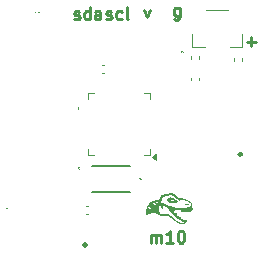
<source format=gbr>
%TF.GenerationSoftware,KiCad,Pcbnew,9.0.6-rc1*%
%TF.CreationDate,2025-11-21T10:50:26+01:00*%
%TF.ProjectId,hardware_V8,68617264-7761-4726-955f-56382e6b6963,rev?*%
%TF.SameCoordinates,Original*%
%TF.FileFunction,Legend,Top*%
%TF.FilePolarity,Positive*%
%FSLAX46Y46*%
G04 Gerber Fmt 4.6, Leading zero omitted, Abs format (unit mm)*
G04 Created by KiCad (PCBNEW 9.0.6-rc1) date 2025-11-21 10:50:26*
%MOMM*%
%LPD*%
G01*
G04 APERTURE LIST*
%ADD10C,0.250000*%
%ADD11C,0.000000*%
%ADD12C,0.100000*%
%ADD13C,0.120000*%
%ADD14C,0.200000*%
G04 APERTURE END LIST*
D10*
X132112568Y-90443666D02*
X132874473Y-90443666D01*
X132493520Y-90824619D02*
X132493520Y-90062714D01*
X117534949Y-88487000D02*
X117630187Y-88534619D01*
X117630187Y-88534619D02*
X117820663Y-88534619D01*
X117820663Y-88534619D02*
X117915901Y-88487000D01*
X117915901Y-88487000D02*
X117963520Y-88391761D01*
X117963520Y-88391761D02*
X117963520Y-88344142D01*
X117963520Y-88344142D02*
X117915901Y-88248904D01*
X117915901Y-88248904D02*
X117820663Y-88201285D01*
X117820663Y-88201285D02*
X117677806Y-88201285D01*
X117677806Y-88201285D02*
X117582568Y-88153666D01*
X117582568Y-88153666D02*
X117534949Y-88058428D01*
X117534949Y-88058428D02*
X117534949Y-88010809D01*
X117534949Y-88010809D02*
X117582568Y-87915571D01*
X117582568Y-87915571D02*
X117677806Y-87867952D01*
X117677806Y-87867952D02*
X117820663Y-87867952D01*
X117820663Y-87867952D02*
X117915901Y-87915571D01*
X118820663Y-88534619D02*
X118820663Y-87534619D01*
X118820663Y-88487000D02*
X118725425Y-88534619D01*
X118725425Y-88534619D02*
X118534949Y-88534619D01*
X118534949Y-88534619D02*
X118439711Y-88487000D01*
X118439711Y-88487000D02*
X118392092Y-88439380D01*
X118392092Y-88439380D02*
X118344473Y-88344142D01*
X118344473Y-88344142D02*
X118344473Y-88058428D01*
X118344473Y-88058428D02*
X118392092Y-87963190D01*
X118392092Y-87963190D02*
X118439711Y-87915571D01*
X118439711Y-87915571D02*
X118534949Y-87867952D01*
X118534949Y-87867952D02*
X118725425Y-87867952D01*
X118725425Y-87867952D02*
X118820663Y-87915571D01*
X119725425Y-88534619D02*
X119725425Y-88010809D01*
X119725425Y-88010809D02*
X119677806Y-87915571D01*
X119677806Y-87915571D02*
X119582568Y-87867952D01*
X119582568Y-87867952D02*
X119392092Y-87867952D01*
X119392092Y-87867952D02*
X119296854Y-87915571D01*
X119725425Y-88487000D02*
X119630187Y-88534619D01*
X119630187Y-88534619D02*
X119392092Y-88534619D01*
X119392092Y-88534619D02*
X119296854Y-88487000D01*
X119296854Y-88487000D02*
X119249235Y-88391761D01*
X119249235Y-88391761D02*
X119249235Y-88296523D01*
X119249235Y-88296523D02*
X119296854Y-88201285D01*
X119296854Y-88201285D02*
X119392092Y-88153666D01*
X119392092Y-88153666D02*
X119630187Y-88153666D01*
X119630187Y-88153666D02*
X119725425Y-88106047D01*
X120244949Y-88477000D02*
X120340187Y-88524619D01*
X120340187Y-88524619D02*
X120530663Y-88524619D01*
X120530663Y-88524619D02*
X120625901Y-88477000D01*
X120625901Y-88477000D02*
X120673520Y-88381761D01*
X120673520Y-88381761D02*
X120673520Y-88334142D01*
X120673520Y-88334142D02*
X120625901Y-88238904D01*
X120625901Y-88238904D02*
X120530663Y-88191285D01*
X120530663Y-88191285D02*
X120387806Y-88191285D01*
X120387806Y-88191285D02*
X120292568Y-88143666D01*
X120292568Y-88143666D02*
X120244949Y-88048428D01*
X120244949Y-88048428D02*
X120244949Y-88000809D01*
X120244949Y-88000809D02*
X120292568Y-87905571D01*
X120292568Y-87905571D02*
X120387806Y-87857952D01*
X120387806Y-87857952D02*
X120530663Y-87857952D01*
X120530663Y-87857952D02*
X120625901Y-87905571D01*
X121530663Y-88477000D02*
X121435425Y-88524619D01*
X121435425Y-88524619D02*
X121244949Y-88524619D01*
X121244949Y-88524619D02*
X121149711Y-88477000D01*
X121149711Y-88477000D02*
X121102092Y-88429380D01*
X121102092Y-88429380D02*
X121054473Y-88334142D01*
X121054473Y-88334142D02*
X121054473Y-88048428D01*
X121054473Y-88048428D02*
X121102092Y-87953190D01*
X121102092Y-87953190D02*
X121149711Y-87905571D01*
X121149711Y-87905571D02*
X121244949Y-87857952D01*
X121244949Y-87857952D02*
X121435425Y-87857952D01*
X121435425Y-87857952D02*
X121530663Y-87905571D01*
X122102092Y-88524619D02*
X122006854Y-88477000D01*
X122006854Y-88477000D02*
X121959235Y-88381761D01*
X121959235Y-88381761D02*
X121959235Y-87524619D01*
X123427330Y-87717952D02*
X123665425Y-88384619D01*
X123665425Y-88384619D02*
X123903520Y-87717952D01*
X126431139Y-87567952D02*
X126431139Y-88377476D01*
X126431139Y-88377476D02*
X126383520Y-88472714D01*
X126383520Y-88472714D02*
X126335901Y-88520333D01*
X126335901Y-88520333D02*
X126240663Y-88567952D01*
X126240663Y-88567952D02*
X126097806Y-88567952D01*
X126097806Y-88567952D02*
X126002568Y-88520333D01*
X126431139Y-88187000D02*
X126335901Y-88234619D01*
X126335901Y-88234619D02*
X126145425Y-88234619D01*
X126145425Y-88234619D02*
X126050187Y-88187000D01*
X126050187Y-88187000D02*
X126002568Y-88139380D01*
X126002568Y-88139380D02*
X125954949Y-88044142D01*
X125954949Y-88044142D02*
X125954949Y-87758428D01*
X125954949Y-87758428D02*
X126002568Y-87663190D01*
X126002568Y-87663190D02*
X126050187Y-87615571D01*
X126050187Y-87615571D02*
X126145425Y-87567952D01*
X126145425Y-87567952D02*
X126335901Y-87567952D01*
X126335901Y-87567952D02*
X126431139Y-87615571D01*
X124032568Y-107454619D02*
X124032568Y-106787952D01*
X124032568Y-106883190D02*
X124080187Y-106835571D01*
X124080187Y-106835571D02*
X124175425Y-106787952D01*
X124175425Y-106787952D02*
X124318282Y-106787952D01*
X124318282Y-106787952D02*
X124413520Y-106835571D01*
X124413520Y-106835571D02*
X124461139Y-106930809D01*
X124461139Y-106930809D02*
X124461139Y-107454619D01*
X124461139Y-106930809D02*
X124508758Y-106835571D01*
X124508758Y-106835571D02*
X124603996Y-106787952D01*
X124603996Y-106787952D02*
X124746853Y-106787952D01*
X124746853Y-106787952D02*
X124842092Y-106835571D01*
X124842092Y-106835571D02*
X124889711Y-106930809D01*
X124889711Y-106930809D02*
X124889711Y-107454619D01*
X125889710Y-107454619D02*
X125318282Y-107454619D01*
X125603996Y-107454619D02*
X125603996Y-106454619D01*
X125603996Y-106454619D02*
X125508758Y-106597476D01*
X125508758Y-106597476D02*
X125413520Y-106692714D01*
X125413520Y-106692714D02*
X125318282Y-106740333D01*
X126508758Y-106454619D02*
X126603996Y-106454619D01*
X126603996Y-106454619D02*
X126699234Y-106502238D01*
X126699234Y-106502238D02*
X126746853Y-106549857D01*
X126746853Y-106549857D02*
X126794472Y-106645095D01*
X126794472Y-106645095D02*
X126842091Y-106835571D01*
X126842091Y-106835571D02*
X126842091Y-107073666D01*
X126842091Y-107073666D02*
X126794472Y-107264142D01*
X126794472Y-107264142D02*
X126746853Y-107359380D01*
X126746853Y-107359380D02*
X126699234Y-107407000D01*
X126699234Y-107407000D02*
X126603996Y-107454619D01*
X126603996Y-107454619D02*
X126508758Y-107454619D01*
X126508758Y-107454619D02*
X126413520Y-107407000D01*
X126413520Y-107407000D02*
X126365901Y-107359380D01*
X126365901Y-107359380D02*
X126318282Y-107264142D01*
X126318282Y-107264142D02*
X126270663Y-107073666D01*
X126270663Y-107073666D02*
X126270663Y-106835571D01*
X126270663Y-106835571D02*
X126318282Y-106645095D01*
X126318282Y-106645095D02*
X126365901Y-106549857D01*
X126365901Y-106549857D02*
X126413520Y-106502238D01*
X126413520Y-106502238D02*
X126508758Y-106454619D01*
D11*
%TO.C,G\u002A\u002A\u002A*%
G36*
X127134444Y-104183163D02*
G01*
X127155819Y-104184772D01*
X127171909Y-104187567D01*
X127171954Y-104187579D01*
X127200416Y-104197812D01*
X127222419Y-104211529D01*
X127237865Y-104228627D01*
X127246657Y-104249005D01*
X127248833Y-104267590D01*
X127245427Y-104281716D01*
X127235331Y-104292668D01*
X127218728Y-104300277D01*
X127211759Y-104302045D01*
X127191412Y-104305452D01*
X127175362Y-104305548D01*
X127161091Y-104302155D01*
X127151185Y-104297799D01*
X127139458Y-104290198D01*
X127129607Y-104280981D01*
X127126952Y-104277441D01*
X127122298Y-104271423D01*
X127115900Y-104266531D01*
X127106131Y-104261886D01*
X127091362Y-104256612D01*
X127083825Y-104254172D01*
X127052671Y-104244727D01*
X127026054Y-104237878D01*
X127001656Y-104233175D01*
X126977157Y-104230168D01*
X126951200Y-104228451D01*
X126932585Y-104227545D01*
X126920582Y-104226727D01*
X126914309Y-104225799D01*
X126912882Y-104224566D01*
X126915419Y-104222832D01*
X126918935Y-104221276D01*
X126932313Y-104216370D01*
X126950962Y-104210489D01*
X126972812Y-104204203D01*
X126995794Y-104198082D01*
X127017840Y-104192698D01*
X127036881Y-104188620D01*
X127038299Y-104188351D01*
X127059710Y-104185335D01*
X127084278Y-104183457D01*
X127109893Y-104182728D01*
X127134444Y-104183163D01*
G37*
G36*
X125739341Y-103617799D02*
G01*
X125789096Y-103630347D01*
X125798910Y-103633690D01*
X125843573Y-103651818D01*
X125892088Y-103675756D01*
X125943964Y-103705204D01*
X125998709Y-103739859D01*
X126055830Y-103779419D01*
X126114836Y-103823580D01*
X126140076Y-103843439D01*
X126159345Y-103859041D01*
X126180041Y-103876190D01*
X126201386Y-103894201D01*
X126222602Y-103912390D01*
X126242909Y-103930071D01*
X126261532Y-103946561D01*
X126277690Y-103961176D01*
X126290607Y-103973230D01*
X126299504Y-103982039D01*
X126303602Y-103986919D01*
X126303786Y-103987450D01*
X126300617Y-103991286D01*
X126291876Y-103997764D01*
X126278713Y-104006199D01*
X126262277Y-104015905D01*
X126243720Y-104026196D01*
X126224190Y-104036387D01*
X126210032Y-104043345D01*
X126145371Y-104070426D01*
X126078648Y-104091143D01*
X126010814Y-104105323D01*
X125942818Y-104112793D01*
X125875613Y-104113381D01*
X125839165Y-104110691D01*
X125773478Y-104100204D01*
X125707453Y-104082593D01*
X125641791Y-104058165D01*
X125577194Y-104027224D01*
X125514363Y-103990075D01*
X125454000Y-103947023D01*
X125443176Y-103938449D01*
X125430334Y-103927722D01*
X125415382Y-103914612D01*
X125399281Y-103900034D01*
X125382995Y-103884906D01*
X125375598Y-103877865D01*
X125743134Y-103877865D01*
X125752509Y-103885899D01*
X125788556Y-103913094D01*
X125825983Y-103934347D01*
X125864038Y-103949423D01*
X125901966Y-103958083D01*
X125939015Y-103960088D01*
X125973018Y-103955540D01*
X125987485Y-103951631D01*
X126000644Y-103947239D01*
X126007863Y-103944168D01*
X126019083Y-103938366D01*
X125962231Y-103895005D01*
X125942806Y-103880524D01*
X125923823Y-103866975D01*
X125906681Y-103855312D01*
X125892779Y-103846490D01*
X125884260Y-103841800D01*
X125857974Y-103833515D01*
X125830742Y-103832312D01*
X125803522Y-103838017D01*
X125777271Y-103850457D01*
X125758134Y-103864678D01*
X125743134Y-103877865D01*
X125375598Y-103877865D01*
X125367487Y-103870145D01*
X125353719Y-103856668D01*
X125342655Y-103845391D01*
X125335258Y-103837231D01*
X125332490Y-103833105D01*
X125332489Y-103833064D01*
X125335104Y-103826278D01*
X125342386Y-103815336D01*
X125353486Y-103801167D01*
X125367557Y-103784700D01*
X125383753Y-103766864D01*
X125401225Y-103748588D01*
X125419125Y-103730801D01*
X125436608Y-103714432D01*
X125452825Y-103700409D01*
X125455382Y-103698337D01*
X125500285Y-103666493D01*
X125546341Y-103641983D01*
X125593412Y-103624833D01*
X125641361Y-103615068D01*
X125690050Y-103612715D01*
X125739341Y-103617799D01*
G37*
G36*
X125768318Y-103259542D02*
G01*
X125817093Y-103269484D01*
X125868175Y-103285819D01*
X125921109Y-103308355D01*
X125975444Y-103336902D01*
X126030724Y-103371267D01*
X126083082Y-103408657D01*
X126117594Y-103435672D01*
X126150747Y-103463416D01*
X126183689Y-103492952D01*
X126217567Y-103525344D01*
X126253528Y-103561657D01*
X126292719Y-103602954D01*
X126293636Y-103603937D01*
X126315362Y-103627237D01*
X126378015Y-103634926D01*
X126476032Y-103648568D01*
X126571656Y-103665074D01*
X126664347Y-103684279D01*
X126753563Y-103706016D01*
X126838766Y-103730117D01*
X126919415Y-103756415D01*
X126994970Y-103784744D01*
X127064890Y-103814936D01*
X127128635Y-103846825D01*
X127185666Y-103880244D01*
X127198091Y-103888338D01*
X127214952Y-103900118D01*
X127233730Y-103914153D01*
X127253087Y-103929348D01*
X127271684Y-103944602D01*
X127288183Y-103958819D01*
X127301244Y-103970900D01*
X127309530Y-103979748D01*
X127309554Y-103979778D01*
X127320131Y-103988791D01*
X127336862Y-103997494D01*
X127343941Y-104000325D01*
X127366979Y-104010661D01*
X127390547Y-104024195D01*
X127412320Y-104039403D01*
X127429975Y-104054760D01*
X127434744Y-104059880D01*
X127443658Y-104071860D01*
X127453098Y-104087147D01*
X127459814Y-104099977D01*
X127466798Y-104114789D01*
X127475493Y-104133156D01*
X127484378Y-104151868D01*
X127487347Y-104158105D01*
X127499884Y-104185674D01*
X127508923Y-104209198D01*
X127514991Y-104230959D01*
X127518615Y-104253240D01*
X127520321Y-104278325D01*
X127520660Y-104302487D01*
X127520516Y-104324645D01*
X127519992Y-104341138D01*
X127518863Y-104353797D01*
X127516906Y-104364456D01*
X127513897Y-104374948D01*
X127510662Y-104384229D01*
X127500725Y-104411593D01*
X127511640Y-104435666D01*
X127518022Y-104451056D01*
X127525061Y-104470056D01*
X127531427Y-104489045D01*
X127532551Y-104492681D01*
X127536590Y-104506821D01*
X127539401Y-104519384D01*
X127541212Y-104532347D01*
X127542252Y-104547686D01*
X127542751Y-104567378D01*
X127542885Y-104581876D01*
X127542879Y-104605020D01*
X127542422Y-104622509D01*
X127541327Y-104636183D01*
X127539412Y-104647881D01*
X127536492Y-104659445D01*
X127534440Y-104666255D01*
X127526242Y-104688948D01*
X127515919Y-104712250D01*
X127504667Y-104733732D01*
X127493682Y-104750965D01*
X127491101Y-104754345D01*
X127482117Y-104765557D01*
X127477777Y-104748720D01*
X127466713Y-104710742D01*
X127454094Y-104676078D01*
X127440426Y-104645898D01*
X127426213Y-104621373D01*
X127417989Y-104610283D01*
X127407337Y-104597438D01*
X127404719Y-104630909D01*
X127400516Y-104672024D01*
X127394629Y-104710820D01*
X127387312Y-104746180D01*
X127378818Y-104776986D01*
X127369399Y-104802121D01*
X127363193Y-104814387D01*
X127354559Y-104826952D01*
X127344117Y-104839237D01*
X127341729Y-104841636D01*
X127328982Y-104853883D01*
X127318664Y-104817259D01*
X127313565Y-104800396D01*
X127307232Y-104781326D01*
X127300133Y-104761253D01*
X127292737Y-104741380D01*
X127285510Y-104722910D01*
X127278920Y-104707047D01*
X127273435Y-104694993D01*
X127269523Y-104687952D01*
X127267911Y-104686679D01*
X127265660Y-104691008D01*
X127262701Y-104700449D01*
X127260320Y-104710148D01*
X127251515Y-104744667D01*
X127240696Y-104778194D01*
X127228420Y-104809445D01*
X127215244Y-104837132D01*
X127201725Y-104859970D01*
X127188420Y-104876672D01*
X127188043Y-104877053D01*
X127179302Y-104885629D01*
X127174385Y-104889420D01*
X127171819Y-104888947D01*
X127170128Y-104884734D01*
X127169777Y-104883531D01*
X127157943Y-104844044D01*
X127147332Y-104811632D01*
X127137840Y-104785985D01*
X127130625Y-104769385D01*
X127121588Y-104751680D01*
X127113145Y-104737282D01*
X127105914Y-104727055D01*
X127100512Y-104721866D01*
X127097557Y-104722580D01*
X127097461Y-104722861D01*
X127086478Y-104755740D01*
X127072760Y-104790906D01*
X127057831Y-104824474D01*
X127056630Y-104826974D01*
X127045253Y-104848969D01*
X127034381Y-104866205D01*
X127022383Y-104881111D01*
X127015054Y-104888852D01*
X126992253Y-104911892D01*
X126988901Y-104895016D01*
X126979838Y-104856875D01*
X126968452Y-104821110D01*
X126955293Y-104789113D01*
X126940910Y-104762277D01*
X126930768Y-104747757D01*
X126919534Y-104733630D01*
X126905423Y-104759008D01*
X126888245Y-104787941D01*
X126869899Y-104815358D01*
X126851138Y-104840366D01*
X126832713Y-104862070D01*
X126815376Y-104879577D01*
X126799881Y-104891993D01*
X126788498Y-104897953D01*
X126780309Y-104900329D01*
X126776961Y-104899175D01*
X126776310Y-104893695D01*
X126776310Y-104893437D01*
X126774806Y-104873822D01*
X126770689Y-104849916D01*
X126764552Y-104823864D01*
X126756986Y-104797807D01*
X126748584Y-104773889D01*
X126739939Y-104754253D01*
X126735799Y-104746854D01*
X126725192Y-104729811D01*
X126700246Y-104763216D01*
X126675024Y-104793802D01*
X126648343Y-104820307D01*
X126621098Y-104842053D01*
X126594186Y-104858358D01*
X126568502Y-104868541D01*
X126558714Y-104870757D01*
X126545503Y-104873030D01*
X126545283Y-104817457D01*
X126544616Y-104788145D01*
X126542919Y-104763950D01*
X126540275Y-104745488D01*
X126536768Y-104733371D01*
X126533289Y-104728591D01*
X126528891Y-104727925D01*
X126518091Y-104727003D01*
X126501982Y-104725898D01*
X126481655Y-104724682D01*
X126458202Y-104723426D01*
X126444324Y-104722743D01*
X126381902Y-104719280D01*
X126324170Y-104715101D01*
X126271485Y-104710257D01*
X126224206Y-104704799D01*
X126182689Y-104698778D01*
X126147292Y-104692244D01*
X126118372Y-104685249D01*
X126096286Y-104677843D01*
X126083210Y-104671299D01*
X126077329Y-104668301D01*
X126072083Y-104668736D01*
X126064824Y-104673189D01*
X126060709Y-104676268D01*
X126040202Y-104693934D01*
X126019867Y-104715057D01*
X126001723Y-104737334D01*
X125987788Y-104758464D01*
X125986379Y-104761031D01*
X125979399Y-104774572D01*
X125975116Y-104785046D01*
X125972875Y-104795214D01*
X125972021Y-104807839D01*
X125971895Y-104822060D01*
X125972135Y-104839064D01*
X125973289Y-104851468D01*
X125976005Y-104862168D01*
X125980934Y-104874060D01*
X125985838Y-104884217D01*
X126004976Y-104915060D01*
X126029208Y-104940398D01*
X126058530Y-104960229D01*
X126092939Y-104974549D01*
X126105274Y-104978030D01*
X126120221Y-104981470D01*
X126133785Y-104983608D01*
X126148258Y-104984617D01*
X126165935Y-104984671D01*
X126185493Y-104984084D01*
X126204438Y-104983169D01*
X126221087Y-104982007D01*
X126233781Y-104980738D01*
X126240855Y-104979503D01*
X126241278Y-104979352D01*
X126245261Y-104978324D01*
X126246855Y-104980726D01*
X126246499Y-104988114D01*
X126245638Y-104994814D01*
X126239575Y-105029165D01*
X126231243Y-105061709D01*
X126221143Y-105090945D01*
X126209779Y-105115373D01*
X126200270Y-105130242D01*
X126190755Y-105142717D01*
X126207629Y-105150182D01*
X126230616Y-105157406D01*
X126258679Y-105161489D01*
X126290075Y-105162410D01*
X126323059Y-105160149D01*
X126355889Y-105154686D01*
X126366884Y-105152049D01*
X126386854Y-105146843D01*
X126384444Y-105162499D01*
X126377464Y-105194096D01*
X126366698Y-105225427D01*
X126353112Y-105254123D01*
X126337672Y-105277815D01*
X126337135Y-105278492D01*
X126325902Y-105292575D01*
X126335131Y-105296084D01*
X126348842Y-105300172D01*
X126367864Y-105304327D01*
X126390023Y-105308168D01*
X126413143Y-105311315D01*
X126433168Y-105313253D01*
X126449265Y-105313801D01*
X126468797Y-105313509D01*
X126489866Y-105312515D01*
X126510574Y-105310954D01*
X126529022Y-105308964D01*
X126543313Y-105306681D01*
X126550235Y-105304831D01*
X126553390Y-105304477D01*
X126554761Y-105307544D01*
X126554578Y-105315481D01*
X126553551Y-105325587D01*
X126547858Y-105357713D01*
X126538370Y-105384778D01*
X126527147Y-105404708D01*
X126520894Y-105414912D01*
X126517396Y-105422484D01*
X126517280Y-105425502D01*
X126525045Y-105428112D01*
X126538334Y-105430452D01*
X126555168Y-105432345D01*
X126573571Y-105433613D01*
X126591566Y-105434077D01*
X126606997Y-105433574D01*
X126631186Y-105430858D01*
X126657978Y-105426426D01*
X126684552Y-105420846D01*
X126708090Y-105414681D01*
X126719268Y-105411052D01*
X126735355Y-105405269D01*
X126732818Y-105419218D01*
X126727432Y-105439342D01*
X126718894Y-105460526D01*
X126708352Y-105480536D01*
X126696953Y-105497136D01*
X126688133Y-105506335D01*
X126683917Y-105510604D01*
X126685960Y-105513114D01*
X126688754Y-105514294D01*
X126701164Y-105516959D01*
X126719249Y-105517938D01*
X126741412Y-105517380D01*
X126766056Y-105515433D01*
X126791583Y-105512244D01*
X126816396Y-105507963D01*
X126838898Y-105502737D01*
X126850376Y-105499294D01*
X126881315Y-105488968D01*
X126881192Y-105515446D01*
X126879845Y-105535305D01*
X126876418Y-105554252D01*
X126874268Y-105561612D01*
X126867467Y-105581300D01*
X126875478Y-105581300D01*
X126891688Y-105579238D01*
X126912533Y-105573467D01*
X126936528Y-105564613D01*
X126962186Y-105553299D01*
X126988021Y-105540151D01*
X127012546Y-105525793D01*
X127021577Y-105519905D01*
X127047458Y-105502451D01*
X127045124Y-105540938D01*
X127038533Y-105593734D01*
X127025509Y-105643298D01*
X127006300Y-105689239D01*
X126981154Y-105731166D01*
X126950319Y-105768686D01*
X126914042Y-105801410D01*
X126872571Y-105828945D01*
X126857699Y-105836871D01*
X126805843Y-105859362D01*
X126753717Y-105874630D01*
X126700468Y-105882826D01*
X126645241Y-105884098D01*
X126605021Y-105880957D01*
X126539685Y-105870243D01*
X126472381Y-105853326D01*
X126404499Y-105830711D01*
X126337426Y-105802902D01*
X126272553Y-105770404D01*
X126226697Y-105743581D01*
X126217893Y-105737726D01*
X126203544Y-105727730D01*
X126184121Y-105713933D01*
X126160093Y-105696678D01*
X126131928Y-105676307D01*
X126100096Y-105653160D01*
X126065066Y-105627580D01*
X126027307Y-105599908D01*
X125987289Y-105570486D01*
X125945480Y-105539655D01*
X125902349Y-105507758D01*
X125874180Y-105486875D01*
X125830904Y-105454817D01*
X125788956Y-105423849D01*
X125748774Y-105394287D01*
X125710794Y-105366448D01*
X125675454Y-105340650D01*
X125643189Y-105317208D01*
X125614438Y-105296439D01*
X125589637Y-105278661D01*
X125569223Y-105264191D01*
X125553632Y-105253344D01*
X125543301Y-105246437D01*
X125539369Y-105244084D01*
X125502859Y-105228460D01*
X125460359Y-105215111D01*
X125413084Y-105204235D01*
X125362250Y-105196028D01*
X125309072Y-105190686D01*
X125254766Y-105188408D01*
X125201232Y-105189355D01*
X125124491Y-105191729D01*
X125053779Y-105190964D01*
X124988271Y-105186974D01*
X124927147Y-105179674D01*
X124869584Y-105168978D01*
X124814759Y-105154802D01*
X124788888Y-105146641D01*
X124742212Y-105129418D01*
X124702349Y-105111265D01*
X124669567Y-105092312D01*
X124656743Y-105083210D01*
X124595103Y-105040099D01*
X124532649Y-105004325D01*
X124469094Y-104975744D01*
X124404147Y-104954210D01*
X124394184Y-104951557D01*
X124357544Y-104942964D01*
X124323932Y-104937135D01*
X124290294Y-104933691D01*
X124253573Y-104932253D01*
X124237429Y-104932155D01*
X124210827Y-104932612D01*
X124185938Y-104934061D01*
X124161342Y-104936737D01*
X124135618Y-104940878D01*
X124107348Y-104946717D01*
X124075110Y-104954491D01*
X124037484Y-104964435D01*
X124029299Y-104966674D01*
X123954348Y-104988303D01*
X123883285Y-105010882D01*
X123816710Y-105034180D01*
X123755218Y-105057965D01*
X123699408Y-105082005D01*
X123649876Y-105106070D01*
X123607220Y-105129929D01*
X123606294Y-105130492D01*
X123580809Y-105146021D01*
X123582909Y-105124586D01*
X123583914Y-105114270D01*
X123585493Y-105098008D01*
X123587498Y-105077320D01*
X123589782Y-105053726D01*
X123592198Y-105028746D01*
X123592618Y-105024398D01*
X123600504Y-104950450D01*
X123609189Y-104883516D01*
X123611228Y-104870640D01*
X123723332Y-104870640D01*
X123735204Y-104841106D01*
X123741839Y-104825597D01*
X123750750Y-104806125D01*
X123760698Y-104785347D01*
X123769089Y-104768550D01*
X123779378Y-104749085D01*
X123791491Y-104727221D01*
X123804883Y-104703846D01*
X123819004Y-104679844D01*
X123833308Y-104656104D01*
X123847247Y-104633510D01*
X123860274Y-104612949D01*
X123871842Y-104595308D01*
X123881404Y-104581474D01*
X123888411Y-104572331D01*
X123892317Y-104568768D01*
X123892467Y-104568750D01*
X123898291Y-104571900D01*
X123907420Y-104580945D01*
X123919421Y-104595276D01*
X123933860Y-104614287D01*
X123950306Y-104637369D01*
X123968324Y-104663914D01*
X123987482Y-104693315D01*
X124007346Y-104724964D01*
X124027413Y-104758134D01*
X124038160Y-104776093D01*
X124047768Y-104791883D01*
X124055505Y-104804324D01*
X124060643Y-104812237D01*
X124062236Y-104814387D01*
X124063929Y-104813333D01*
X124064392Y-104806207D01*
X124063756Y-104794316D01*
X124062149Y-104778964D01*
X124059700Y-104761457D01*
X124056538Y-104743099D01*
X124053909Y-104730167D01*
X124036449Y-104667519D01*
X124012159Y-104607730D01*
X123981319Y-104551279D01*
X123944212Y-104498644D01*
X123901120Y-104450305D01*
X123874394Y-104425215D01*
X123861317Y-104414168D01*
X123846526Y-104402410D01*
X123831334Y-104390898D01*
X123817057Y-104380589D01*
X123812047Y-104377199D01*
X123913886Y-104377199D01*
X123926242Y-104391408D01*
X123935112Y-104401437D01*
X123946637Y-104414243D01*
X123958370Y-104427105D01*
X123958712Y-104427478D01*
X123978826Y-104449339D01*
X124005938Y-104420004D01*
X124019268Y-104405589D01*
X124032645Y-104391133D01*
X124044048Y-104378822D01*
X124048683Y-104373824D01*
X124064317Y-104356977D01*
X124118062Y-104412886D01*
X124138993Y-104434321D01*
X124162725Y-104458067D01*
X124187123Y-104482025D01*
X124210055Y-104504095D01*
X124224309Y-104517496D01*
X124243502Y-104535074D01*
X124265372Y-104554723D01*
X124289274Y-104575894D01*
X124314561Y-104598037D01*
X124340586Y-104620604D01*
X124366701Y-104643046D01*
X124392262Y-104664816D01*
X124416620Y-104685363D01*
X124439130Y-104704140D01*
X124459144Y-104720598D01*
X124476016Y-104734189D01*
X124489099Y-104744362D01*
X124497747Y-104750571D01*
X124501091Y-104752320D01*
X124500357Y-104749542D01*
X124496045Y-104741870D01*
X124488893Y-104730542D01*
X124481382Y-104719326D01*
X124459314Y-104688462D01*
X124432028Y-104652651D01*
X124399723Y-104612130D01*
X124362602Y-104567136D01*
X124320866Y-104517905D01*
X124274717Y-104464676D01*
X124256626Y-104444203D01*
X124675048Y-104444203D01*
X124675575Y-104525109D01*
X124683037Y-104608019D01*
X124697416Y-104692690D01*
X124718695Y-104778883D01*
X124734441Y-104830241D01*
X124742390Y-104853408D01*
X124751641Y-104878766D01*
X124760987Y-104903086D01*
X124768473Y-104921390D01*
X124776529Y-104939578D01*
X124783828Y-104953312D01*
X124791701Y-104963733D01*
X124801480Y-104971982D01*
X124814495Y-104979201D01*
X124832079Y-104986531D01*
X124853654Y-104994434D01*
X124889003Y-105005526D01*
X124929750Y-105015421D01*
X124976171Y-105024151D01*
X125028541Y-105031750D01*
X125087136Y-105038250D01*
X125152229Y-105043686D01*
X125224098Y-105048089D01*
X125303016Y-105051492D01*
X125338114Y-105052626D01*
X125473120Y-105056591D01*
X125508747Y-105068477D01*
X125553267Y-105085776D01*
X125601482Y-105109104D01*
X125653013Y-105138195D01*
X125707484Y-105172779D01*
X125764514Y-105212589D01*
X125823726Y-105257357D01*
X125884741Y-105306816D01*
X125947180Y-105360696D01*
X126010666Y-105418731D01*
X126031898Y-105438860D01*
X126076247Y-105480221D01*
X126117935Y-105516759D01*
X126158594Y-105549800D01*
X126199858Y-105580670D01*
X126243360Y-105610693D01*
X126244560Y-105611491D01*
X126308616Y-105650941D01*
X126373173Y-105684684D01*
X126437572Y-105712466D01*
X126501153Y-105734030D01*
X126563257Y-105749121D01*
X126620337Y-105757232D01*
X126641261Y-105759037D01*
X126657052Y-105760121D01*
X126670042Y-105760490D01*
X126682563Y-105760149D01*
X126696946Y-105759105D01*
X126714432Y-105757470D01*
X126750732Y-105752536D01*
X126785970Y-105745116D01*
X126817830Y-105735765D01*
X126838188Y-105727787D01*
X126860689Y-105717657D01*
X126815687Y-105703506D01*
X126741794Y-105677511D01*
X126666828Y-105645609D01*
X126590451Y-105607616D01*
X126512329Y-105563347D01*
X126432128Y-105512620D01*
X126349513Y-105455250D01*
X126309412Y-105425682D01*
X126228934Y-105362788D01*
X126146440Y-105293513D01*
X126062568Y-105218492D01*
X125977955Y-105138360D01*
X125893239Y-105053750D01*
X125809058Y-104965297D01*
X125726049Y-104873637D01*
X125644849Y-104779402D01*
X125576524Y-104696256D01*
X125515568Y-104623360D01*
X125455478Y-104557581D01*
X125395929Y-104498633D01*
X125336594Y-104446229D01*
X125277146Y-104400082D01*
X125217258Y-104359904D01*
X125156605Y-104325409D01*
X125151740Y-104322902D01*
X125128937Y-104311772D01*
X125105241Y-104301147D01*
X125081723Y-104291411D01*
X125059454Y-104282948D01*
X125039506Y-104276143D01*
X125022950Y-104271379D01*
X125010857Y-104269041D01*
X125004297Y-104269515D01*
X125003870Y-104269838D01*
X125004243Y-104273787D01*
X125006080Y-104284324D01*
X125009232Y-104300713D01*
X125013550Y-104322216D01*
X125018883Y-104348098D01*
X125025082Y-104377623D01*
X125031997Y-104410052D01*
X125038288Y-104439180D01*
X125045688Y-104473498D01*
X125052490Y-104505541D01*
X125058545Y-104534572D01*
X125063705Y-104559851D01*
X125067820Y-104580642D01*
X125070741Y-104596208D01*
X125072321Y-104605809D01*
X125072500Y-104608728D01*
X125067955Y-104608461D01*
X125058371Y-104604975D01*
X125045119Y-104598941D01*
X125029571Y-104591029D01*
X125013099Y-104581913D01*
X124997076Y-104572262D01*
X124994120Y-104570375D01*
X124945315Y-104534477D01*
X124900150Y-104492262D01*
X124858907Y-104444115D01*
X124821868Y-104390425D01*
X124789314Y-104331580D01*
X124761528Y-104267968D01*
X124749048Y-104233109D01*
X124742848Y-104214580D01*
X124737486Y-104198771D01*
X124733400Y-104186958D01*
X124731028Y-104180415D01*
X124730636Y-104179530D01*
X124729109Y-104182297D01*
X124725872Y-104190807D01*
X124721393Y-104203625D01*
X124716138Y-104219318D01*
X124710575Y-104236450D01*
X124705172Y-104253588D01*
X124700394Y-104269297D01*
X124696709Y-104282142D01*
X124694870Y-104289361D01*
X124681474Y-104365540D01*
X124675048Y-104444203D01*
X124256626Y-104444203D01*
X124224355Y-104407684D01*
X124169983Y-104347167D01*
X124111801Y-104283361D01*
X124098774Y-104269193D01*
X124078307Y-104246945D01*
X124058874Y-104225781D01*
X124041223Y-104206520D01*
X124026100Y-104189978D01*
X124022369Y-104185882D01*
X124119520Y-104185882D01*
X124121182Y-104189452D01*
X124126605Y-104197267D01*
X124134641Y-104207904D01*
X124144142Y-104219935D01*
X124153959Y-104231935D01*
X124162946Y-104242480D01*
X124169954Y-104250143D01*
X124173835Y-104253500D01*
X124174013Y-104253545D01*
X124177732Y-104251652D01*
X124186610Y-104246296D01*
X124199556Y-104238159D01*
X124215478Y-104227923D01*
X124227648Y-104219983D01*
X124245004Y-104208682D01*
X124260148Y-104198989D01*
X124271987Y-104191592D01*
X124279423Y-104187178D01*
X124281415Y-104186231D01*
X124284919Y-104188757D01*
X124292156Y-104195466D01*
X124301742Y-104205060D01*
X124304659Y-104208085D01*
X124341229Y-104241010D01*
X124383624Y-104269561D01*
X124431424Y-104293524D01*
X124484212Y-104312684D01*
X124532120Y-104324913D01*
X124548805Y-104328128D01*
X124564272Y-104330586D01*
X124575937Y-104331895D01*
X124578701Y-104332009D01*
X124585786Y-104331911D01*
X124587791Y-104331057D01*
X124584166Y-104328707D01*
X124574358Y-104324120D01*
X124572024Y-104323059D01*
X124535776Y-104303712D01*
X124497485Y-104277867D01*
X124457718Y-104246060D01*
X124417043Y-104208825D01*
X124376025Y-104166697D01*
X124335230Y-104120211D01*
X124295226Y-104069903D01*
X124292718Y-104066507D01*
X124376944Y-104066507D01*
X124377657Y-104071393D01*
X124381377Y-104077951D01*
X124387388Y-104086746D01*
X124389545Y-104089926D01*
X124398491Y-104102720D01*
X124404827Y-104110100D01*
X124409710Y-104113140D01*
X124414300Y-104112910D01*
X124414364Y-104112890D01*
X124419805Y-104110847D01*
X124431186Y-104106345D01*
X124447512Y-104099785D01*
X124467788Y-104091568D01*
X124491022Y-104082096D01*
X124515814Y-104071936D01*
X124543650Y-104060483D01*
X124565180Y-104051538D01*
X124581039Y-104044765D01*
X124591860Y-104039828D01*
X124598280Y-104036391D01*
X124600931Y-104034119D01*
X124600450Y-104032675D01*
X124597470Y-104031725D01*
X124593165Y-104031012D01*
X124577861Y-104030160D01*
X124556481Y-104031050D01*
X124530211Y-104033553D01*
X124500236Y-104037538D01*
X124467742Y-104042874D01*
X124443545Y-104047462D01*
X124418482Y-104052431D01*
X124400007Y-104056256D01*
X124387402Y-104059502D01*
X124379954Y-104062731D01*
X124376944Y-104066507D01*
X124292718Y-104066507D01*
X124275197Y-104042787D01*
X124265469Y-104029452D01*
X124263600Y-104026964D01*
X124793307Y-104026964D01*
X124797088Y-104028098D01*
X124807072Y-104030744D01*
X124822181Y-104034624D01*
X124841332Y-104039463D01*
X124863446Y-104044982D01*
X124871216Y-104046908D01*
X124974635Y-104075398D01*
X125072331Y-104108353D01*
X125164759Y-104145987D01*
X125252375Y-104188512D01*
X125335633Y-104236143D01*
X125414991Y-104289092D01*
X125459763Y-104322599D01*
X125477789Y-104337379D01*
X125498882Y-104355848D01*
X125521685Y-104376707D01*
X125544840Y-104398658D01*
X125566991Y-104420403D01*
X125586780Y-104440644D01*
X125602851Y-104458082D01*
X125609294Y-104465620D01*
X125624714Y-104484371D01*
X125617223Y-104464288D01*
X125608167Y-104436291D01*
X125602064Y-104407921D01*
X125598554Y-104376913D01*
X125597275Y-104341001D01*
X125597264Y-104339303D01*
X125597363Y-104320362D01*
X125597817Y-104304150D01*
X125598560Y-104292125D01*
X125599521Y-104285744D01*
X125599812Y-104285176D01*
X125604277Y-104285374D01*
X125611584Y-104289520D01*
X125612876Y-104290508D01*
X125646396Y-104314940D01*
X125685616Y-104339796D01*
X125728857Y-104364177D01*
X125774435Y-104387182D01*
X125820671Y-104407912D01*
X125863140Y-104424486D01*
X125939827Y-104449678D01*
X126022691Y-104472466D01*
X126110737Y-104492633D01*
X126202968Y-104509964D01*
X126298387Y-104524243D01*
X126354414Y-104530999D01*
X126386344Y-104534313D01*
X126419815Y-104537429D01*
X126453721Y-104540274D01*
X126486957Y-104542775D01*
X126518417Y-104544861D01*
X126546995Y-104546457D01*
X126571586Y-104547493D01*
X126591083Y-104547895D01*
X126604381Y-104547591D01*
X126605676Y-104547489D01*
X126613732Y-104546781D01*
X126627360Y-104545600D01*
X126644658Y-104544110D01*
X126663724Y-104542476D01*
X126663804Y-104542469D01*
X126754607Y-104533346D01*
X126841540Y-104521884D01*
X126924201Y-104508190D01*
X127002190Y-104492367D01*
X127075109Y-104474520D01*
X127142557Y-104454753D01*
X127204133Y-104433172D01*
X127259438Y-104409880D01*
X127308072Y-104384984D01*
X127339194Y-104365814D01*
X127359887Y-104350602D01*
X127379267Y-104333872D01*
X127396392Y-104316675D01*
X127410318Y-104300064D01*
X127420106Y-104285092D01*
X127424811Y-104272811D01*
X127425092Y-104269807D01*
X127423912Y-104263543D01*
X127420682Y-104251778D01*
X127415864Y-104236074D01*
X127409924Y-104217996D01*
X127408521Y-104213882D01*
X127398348Y-104184739D01*
X127389832Y-104161824D01*
X127382436Y-104144195D01*
X127375624Y-104130908D01*
X127368858Y-104121020D01*
X127361602Y-104113587D01*
X127353319Y-104107666D01*
X127345671Y-104103425D01*
X127334920Y-104098796D01*
X127319933Y-104093460D01*
X127302834Y-104088044D01*
X127285744Y-104083177D01*
X127270785Y-104079485D01*
X127260078Y-104077597D01*
X127257969Y-104077476D01*
X127249980Y-104074636D01*
X127241188Y-104065605D01*
X127237932Y-104061108D01*
X127229887Y-104050962D01*
X127218255Y-104038178D01*
X127205129Y-104025016D01*
X127200628Y-104020793D01*
X127163966Y-103991383D01*
X127120215Y-103964003D01*
X127069523Y-103938704D01*
X127012034Y-103915536D01*
X126947896Y-103894550D01*
X126877255Y-103875798D01*
X126800257Y-103859329D01*
X126717048Y-103845194D01*
X126678459Y-103839721D01*
X126648113Y-103835879D01*
X126617064Y-103832339D01*
X126586497Y-103829203D01*
X126557599Y-103826573D01*
X126531554Y-103824549D01*
X126509548Y-103823234D01*
X126492766Y-103822728D01*
X126483385Y-103823022D01*
X126469849Y-103824339D01*
X126510828Y-103898776D01*
X126522509Y-103920182D01*
X126532754Y-103939321D01*
X126541074Y-103955245D01*
X126546977Y-103967009D01*
X126549974Y-103973668D01*
X126550219Y-103974801D01*
X126547057Y-103972830D01*
X126538292Y-103966664D01*
X126524324Y-103956602D01*
X126505559Y-103942939D01*
X126482397Y-103925973D01*
X126455243Y-103905999D01*
X126424499Y-103883316D01*
X126390568Y-103858218D01*
X126353853Y-103831004D01*
X126314757Y-103801970D01*
X126273684Y-103771412D01*
X126245262Y-103750237D01*
X126202692Y-103718512D01*
X126161567Y-103687883D01*
X126122317Y-103658670D01*
X126085373Y-103631193D01*
X126051167Y-103605770D01*
X126020128Y-103582723D01*
X125992688Y-103562370D01*
X125969277Y-103545032D01*
X125950327Y-103531027D01*
X125936267Y-103520678D01*
X125927529Y-103514301D01*
X125925018Y-103512515D01*
X125888110Y-103491026D01*
X125845312Y-103472935D01*
X125797601Y-103458619D01*
X125769385Y-103452446D01*
X125747177Y-103449343D01*
X125719462Y-103447247D01*
X125688166Y-103446157D01*
X125655212Y-103446075D01*
X125622528Y-103446999D01*
X125592037Y-103448932D01*
X125565666Y-103451872D01*
X125562052Y-103452421D01*
X125551390Y-103454459D01*
X125534484Y-103458134D01*
X125512141Y-103463242D01*
X125485168Y-103469584D01*
X125454372Y-103476956D01*
X125420561Y-103485157D01*
X125384541Y-103493984D01*
X125347120Y-103503237D01*
X125309104Y-103512714D01*
X125271302Y-103522212D01*
X125234520Y-103531530D01*
X125199565Y-103540465D01*
X125167244Y-103548817D01*
X125138365Y-103556383D01*
X125113734Y-103562962D01*
X125094159Y-103568351D01*
X125080447Y-103572350D01*
X125074378Y-103574358D01*
X125043360Y-103588770D01*
X125018420Y-103606459D01*
X124998523Y-103628323D01*
X124983794Y-103652869D01*
X124976426Y-103670158D01*
X124968055Y-103693990D01*
X124958922Y-103723514D01*
X124949270Y-103757878D01*
X124939340Y-103796230D01*
X124929374Y-103837716D01*
X124921838Y-103871216D01*
X124916649Y-103894917D01*
X124911965Y-103916205D01*
X124908035Y-103933968D01*
X124905103Y-103947095D01*
X124903417Y-103954475D01*
X124903139Y-103955595D01*
X124899721Y-103958687D01*
X124890931Y-103964903D01*
X124877841Y-103973531D01*
X124861526Y-103983860D01*
X124847166Y-103992691D01*
X124829284Y-104003641D01*
X124813960Y-104013188D01*
X124802209Y-104020686D01*
X124795047Y-104025491D01*
X124793307Y-104026964D01*
X124263600Y-104026964D01*
X124257410Y-104018724D01*
X124251973Y-104011853D01*
X124250149Y-104009973D01*
X124245716Y-104011319D01*
X124236231Y-104014859D01*
X124223540Y-104019842D01*
X124209491Y-104025517D01*
X124195929Y-104031134D01*
X124184702Y-104035942D01*
X124177656Y-104039191D01*
X124176280Y-104039994D01*
X124176952Y-104044020D01*
X124181062Y-104052948D01*
X124187919Y-104065418D01*
X124195969Y-104078708D01*
X124205020Y-104093340D01*
X124212359Y-104105709D01*
X124217176Y-104114414D01*
X124218684Y-104117944D01*
X124215682Y-104120953D01*
X124207402Y-104127162D01*
X124194933Y-104135807D01*
X124179363Y-104146123D01*
X124169897Y-104152216D01*
X124152960Y-104163107D01*
X124138364Y-104172674D01*
X124127243Y-104180162D01*
X124120726Y-104184814D01*
X124119520Y-104185882D01*
X124022369Y-104185882D01*
X124014251Y-104176970D01*
X124006425Y-104168313D01*
X124004505Y-104166157D01*
X123990960Y-104150791D01*
X123976378Y-104163489D01*
X123965225Y-104173270D01*
X123952035Y-104184932D01*
X123943632Y-104192411D01*
X123925468Y-104208634D01*
X123959570Y-104245210D01*
X123972155Y-104258885D01*
X123982645Y-104270620D01*
X123990090Y-104279328D01*
X123993543Y-104283923D01*
X123993673Y-104284279D01*
X123991231Y-104287989D01*
X123984229Y-104296685D01*
X123973149Y-104309803D01*
X123958474Y-104326778D01*
X123940688Y-104347044D01*
X123921282Y-104368907D01*
X123913886Y-104377199D01*
X123812047Y-104377199D01*
X123805009Y-104372437D01*
X123796504Y-104367401D01*
X123793323Y-104366240D01*
X123790498Y-104369163D01*
X123784736Y-104376892D01*
X123777073Y-104387872D01*
X123768541Y-104400544D01*
X123760173Y-104413352D01*
X123753004Y-104424738D01*
X123748066Y-104433146D01*
X123746384Y-104436967D01*
X123749336Y-104439930D01*
X123757270Y-104446374D01*
X123769064Y-104455424D01*
X123783595Y-104466202D01*
X123787636Y-104469146D01*
X123802672Y-104480246D01*
X123815234Y-104489877D01*
X123824204Y-104497154D01*
X123828465Y-104501196D01*
X123828665Y-104501604D01*
X123826818Y-104505813D01*
X123821894Y-104514729D01*
X123814810Y-104526712D01*
X123811748Y-104531723D01*
X123794907Y-104563115D01*
X123778996Y-104600664D01*
X123764380Y-104643050D01*
X123751428Y-104688954D01*
X123740504Y-104737052D01*
X123731976Y-104786025D01*
X123726209Y-104834552D01*
X123725542Y-104842514D01*
X123723332Y-104870640D01*
X123611228Y-104870640D01*
X123618647Y-104823780D01*
X123623133Y-104799377D01*
X123627276Y-104775067D01*
X123628917Y-104756462D01*
X123627864Y-104742131D01*
X123623922Y-104730645D01*
X123616898Y-104720571D01*
X123611732Y-104715193D01*
X123602424Y-104706669D01*
X123594373Y-104700057D01*
X123591581Y-104698132D01*
X123589281Y-104696266D01*
X123587906Y-104693160D01*
X123587506Y-104687688D01*
X123588130Y-104678723D01*
X123589828Y-104665138D01*
X123592648Y-104645807D01*
X123594382Y-104634378D01*
X123597469Y-104614052D01*
X123600121Y-104596438D01*
X123602145Y-104582820D01*
X123603349Y-104574483D01*
X123603603Y-104572500D01*
X123607071Y-104571572D01*
X123616125Y-104570901D01*
X123628853Y-104570626D01*
X123629674Y-104570625D01*
X123643956Y-104570320D01*
X123653289Y-104568901D01*
X123660213Y-104565616D01*
X123667271Y-104559710D01*
X123667628Y-104559375D01*
X123676620Y-104549179D01*
X123683726Y-104538207D01*
X123684744Y-104536056D01*
X123689457Y-104516888D01*
X123688569Y-104496729D01*
X123682667Y-104477541D01*
X123672338Y-104461291D01*
X123659182Y-104450486D01*
X123645332Y-104442821D01*
X123671783Y-104392360D01*
X123687515Y-104363131D01*
X123702616Y-104336562D01*
X123716483Y-104313645D01*
X123728510Y-104295372D01*
X123738096Y-104282735D01*
X123739515Y-104281135D01*
X123745620Y-104275693D01*
X123750841Y-104275674D01*
X123755053Y-104278017D01*
X123770719Y-104285233D01*
X123788104Y-104288925D01*
X123803984Y-104288516D01*
X123808048Y-104287483D01*
X123826521Y-104277933D01*
X123840904Y-104263693D01*
X123850633Y-104246250D01*
X123855146Y-104227090D01*
X123853879Y-104207700D01*
X123846271Y-104189567D01*
X123845540Y-104188463D01*
X123839841Y-104179428D01*
X123836515Y-104172927D01*
X123836165Y-104171582D01*
X123838848Y-104168218D01*
X123846263Y-104160810D01*
X123857458Y-104150210D01*
X123871479Y-104137267D01*
X123887374Y-104122832D01*
X123904191Y-104107755D01*
X123920977Y-104092886D01*
X123936780Y-104079075D01*
X123950647Y-104067173D01*
X123961626Y-104058030D01*
X123968764Y-104052497D01*
X123970994Y-104051225D01*
X123975508Y-104054144D01*
X123978476Y-104058360D01*
X123983990Y-104064131D01*
X123993676Y-104070722D01*
X123999378Y-104073765D01*
X124018090Y-104079630D01*
X124036963Y-104078784D01*
X124056995Y-104071097D01*
X124067034Y-104065125D01*
X124082572Y-104052345D01*
X124091470Y-104038029D01*
X124094161Y-104020954D01*
X124091075Y-103999896D01*
X124090647Y-103998213D01*
X124084682Y-103975319D01*
X124118869Y-103959421D01*
X124134993Y-103951789D01*
X124155474Y-103941897D01*
X124177981Y-103930882D01*
X124200185Y-103919877D01*
X124206104Y-103916916D01*
X124259153Y-103890309D01*
X124268971Y-103904477D01*
X124280293Y-103916975D01*
X124294428Y-103927206D01*
X124308884Y-103933605D01*
X124317496Y-103934969D01*
X124331959Y-103932801D01*
X124348135Y-103927145D01*
X124363270Y-103919270D01*
X124374607Y-103910445D01*
X124377042Y-103907543D01*
X124381780Y-103899414D01*
X124384404Y-103890111D01*
X124385458Y-103877128D01*
X124385567Y-103868301D01*
X124385567Y-103841009D01*
X124398693Y-103837410D01*
X124406586Y-103835200D01*
X124420203Y-103831338D01*
X124438060Y-103826248D01*
X124458673Y-103820353D01*
X124475571Y-103815507D01*
X124539324Y-103797203D01*
X124554923Y-103811472D01*
X124574925Y-103825153D01*
X124597016Y-103831747D01*
X124620795Y-103831240D01*
X124645861Y-103823622D01*
X124662798Y-103814763D01*
X124675802Y-103806491D01*
X124686413Y-103798527D01*
X124695505Y-103789721D01*
X124703949Y-103778924D01*
X124712620Y-103764986D01*
X124722390Y-103746757D01*
X124734131Y-103723088D01*
X124737202Y-103716754D01*
X124760605Y-103669809D01*
X124783805Y-103626058D01*
X124806478Y-103586001D01*
X124828300Y-103550132D01*
X124848947Y-103518949D01*
X124868096Y-103492950D01*
X124885421Y-103472630D01*
X124900600Y-103458486D01*
X124909324Y-103452757D01*
X124919505Y-103448128D01*
X124935511Y-103441627D01*
X124956043Y-103433726D01*
X124979802Y-103424895D01*
X125005488Y-103415609D01*
X125031802Y-103406338D01*
X125057445Y-103397554D01*
X125081117Y-103389730D01*
X125094352Y-103385532D01*
X125131481Y-103374485D01*
X125172772Y-103363063D01*
X125217417Y-103351433D01*
X125264606Y-103339760D01*
X125313533Y-103328212D01*
X125363389Y-103316954D01*
X125413364Y-103306154D01*
X125462652Y-103295977D01*
X125510443Y-103286591D01*
X125555929Y-103278162D01*
X125598301Y-103270856D01*
X125636752Y-103264840D01*
X125670473Y-103260280D01*
X125698656Y-103257343D01*
X125720492Y-103256195D01*
X125722303Y-103256186D01*
X125768318Y-103259542D01*
G37*
D12*
%TO.C,D1*%
X117860000Y-96020000D02*
X117860000Y-96020000D01*
X117860000Y-96120000D02*
X117860000Y-96120000D01*
X117860000Y-96020000D02*
G75*
G02*
X117860000Y-96120000I0J-50000D01*
G01*
X117860000Y-96120000D02*
G75*
G02*
X117860000Y-96020000I0J50000D01*
G01*
D10*
%TO.C,IC6*%
X131700000Y-99975000D02*
G75*
G02*
X131450000Y-99975000I-125000J0D01*
G01*
X131450000Y-99975000D02*
G75*
G02*
X131700000Y-99975000I125000J0D01*
G01*
D12*
%TO.C,LEDGREEN1*%
X114600000Y-87980000D02*
G75*
G02*
X114500000Y-87980000I-50000J0D01*
G01*
X114500000Y-87980000D02*
G75*
G02*
X114600000Y-87980000I50000J0D01*
G01*
D13*
%TO.C,C29*%
X118492164Y-104340000D02*
X118707836Y-104340000D01*
X118492164Y-105060000D02*
X118707836Y-105060000D01*
D10*
%TO.C,IC5*%
X118550000Y-107650000D02*
G75*
G02*
X118300000Y-107650000I-125000J0D01*
G01*
X118300000Y-107650000D02*
G75*
G02*
X118550000Y-107650000I125000J0D01*
G01*
D14*
%TO.C,SW4*%
X122250000Y-103150000D02*
X119050000Y-103150000D01*
X122275000Y-100950000D02*
X119050000Y-100950000D01*
D12*
X123050000Y-102050000D02*
X123050000Y-102050000D01*
X123150000Y-102050000D02*
X123150000Y-102050000D01*
X123050000Y-102050000D02*
G75*
G02*
X123150000Y-102050000I50000J0D01*
G01*
X123150000Y-102050000D02*
G75*
G02*
X123050000Y-102050000I-50000J0D01*
G01*
D13*
%TO.C,C4*%
X131040000Y-91822164D02*
X131040000Y-92037836D01*
X131760000Y-91822164D02*
X131760000Y-92037836D01*
D12*
%TO.C,IC1*%
X126590000Y-91275000D02*
X126590000Y-91275000D01*
X126690000Y-91275000D02*
X126690000Y-91275000D01*
X126590000Y-91275000D02*
G75*
G02*
X126690000Y-91275000I50000J0D01*
G01*
X126690000Y-91275000D02*
G75*
G02*
X126590000Y-91275000I-50000J0D01*
G01*
%TO.C,LEDBLUE1*%
X114300000Y-87990000D02*
G75*
G02*
X114200000Y-87990000I-50000J0D01*
G01*
X114200000Y-87990000D02*
G75*
G02*
X114300000Y-87990000I50000J0D01*
G01*
%TO.C,LEDRED1*%
X111910000Y-104550000D02*
G75*
G02*
X111810000Y-104550000I-50000J0D01*
G01*
X111810000Y-104550000D02*
G75*
G02*
X111910000Y-104550000I50000J0D01*
G01*
D13*
%TO.C,C1*%
X127380000Y-91877836D02*
X127380000Y-91662164D01*
X128100000Y-91877836D02*
X128100000Y-91662164D01*
%TO.C,U1*%
X118692500Y-94820000D02*
X119167500Y-94820000D01*
X118692500Y-95295000D02*
X118692500Y-94820000D01*
X118692500Y-100040000D02*
X118692500Y-99565000D01*
X119167500Y-100040000D02*
X118692500Y-100040000D01*
X123437500Y-94820000D02*
X123912500Y-94820000D01*
X123912500Y-94820000D02*
X123912500Y-95295000D01*
X123912500Y-99565000D02*
X123912500Y-100040000D01*
X123912500Y-100040000D02*
X123437500Y-100040000D01*
X124432500Y-100440000D02*
X124102500Y-100200000D01*
X124432500Y-99960000D01*
X124432500Y-100440000D01*
G36*
X124432500Y-100440000D02*
G01*
X124102500Y-100200000D01*
X124432500Y-99960000D01*
X124432500Y-100440000D01*
G37*
%TO.C,C19*%
X120057836Y-92390000D02*
X119842164Y-92390000D01*
X120057836Y-93110000D02*
X119842164Y-93110000D01*
D12*
%TO.C,D2*%
X117900000Y-101080000D02*
X117900000Y-101080000D01*
X117900000Y-101180000D02*
X117900000Y-101180000D01*
X117900000Y-101080000D02*
G75*
G02*
X117900000Y-101180000I0J-50000D01*
G01*
X117900000Y-101180000D02*
G75*
G02*
X117900000Y-101080000I0J50000D01*
G01*
D13*
%TO.C,C5*%
X127380000Y-93482164D02*
X127380000Y-93697836D01*
X128100000Y-93482164D02*
X128100000Y-93697836D01*
%TO.C,U5*%
X127520000Y-89760000D02*
X127520000Y-90910000D01*
X127520000Y-90910000D02*
X128570000Y-90910000D01*
X128690000Y-87790000D02*
X130570000Y-87790000D01*
X131740000Y-89760000D02*
X131740000Y-90910000D01*
X131740000Y-90910000D02*
X130690000Y-90910000D01*
%TD*%
M02*

</source>
